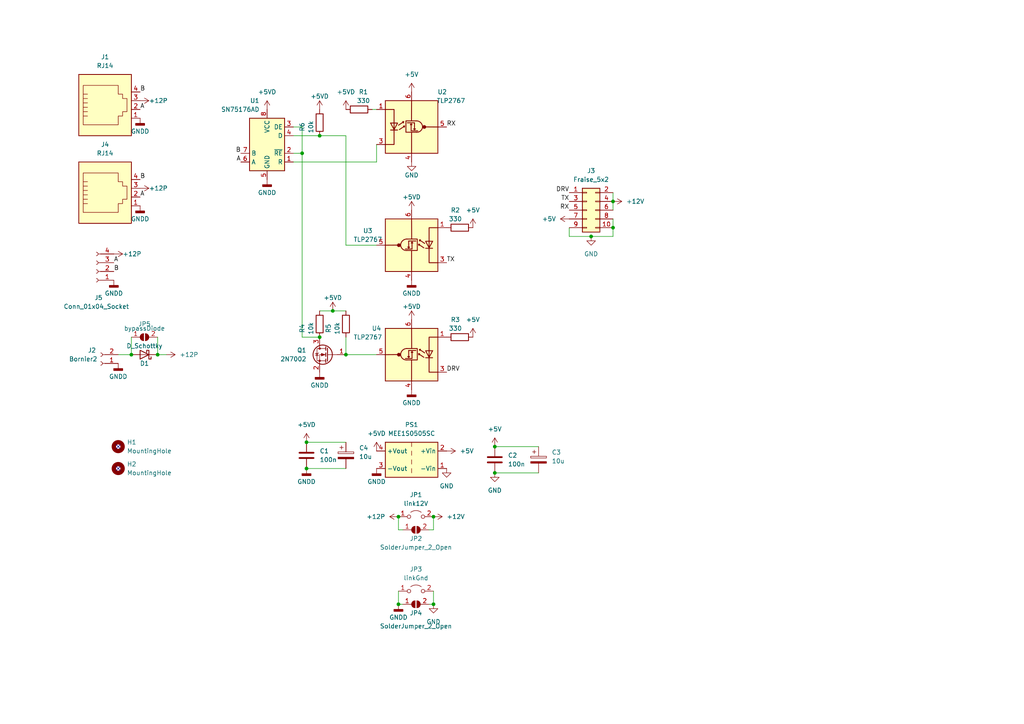
<source format=kicad_sch>
(kicad_sch (version 20230121) (generator eeschema)
  (paper "A4")
  (lib_symbols
    (symbol "Connector:Conn_01x02_Socket" (pin_names (offset 1.016) hide)
      (property "Reference" "J" (at 0 2.54 0))
      (property "Value" "Conn_01x02_Socket" (at 0 -5.08 0))
      (symbol "Conn_01x02_Socket_1_1"
        (arc (start 0 -2.032) (mid -0.5058 -2.54) (end 0 -3.048) (stroke (width 0.1524)))
        (polyline (pts (xy -1.27 -2.54) (xy -0.508 -2.54)) (stroke (width 0.1524)))
        (polyline (pts (xy -1.27 0) (xy -0.508 0)) (stroke (width 0.1524)))
        (arc (start 0 0.508) (mid -0.5058 0) (end 0 -0.508) (stroke (width 0.1524)))
        (pin passive line (at -5.08 0 0) (length 3.81) (name "Pin_1") (number "1"))
        (pin passive line (at -5.08 -2.54 0) (length 3.81) (name "Pin_2") (number "2"))
      )
    )
    (symbol "Connector:Conn_01x04_Socket" (pin_names (offset 1.016) hide)
      (property "Reference" "J" (at 0 5.08 0))
      (property "Value" "Conn_01x04_Socket" (at 0 -7.62 0))
      (symbol "Conn_01x04_Socket_1_1"
        (arc (start 0 -4.572) (mid -0.5058 -5.08) (end 0 -5.588) (stroke (width 0.1524)))
        (arc (start 0 -2.032) (mid -0.5058 -2.54) (end 0 -3.048) (stroke (width 0.1524)))
        (polyline (pts (xy -1.27 -5.08) (xy -0.508 -5.08)) (stroke (width 0.1524)))
        (polyline (pts (xy -1.27 -2.54) (xy -0.508 -2.54)) (stroke (width 0.1524)))
        (polyline (pts (xy -1.27 0) (xy -0.508 0)) (stroke (width 0.1524)))
        (polyline (pts (xy -1.27 2.54) (xy -0.508 2.54)) (stroke (width 0.1524)))
        (arc (start 0 0.508) (mid -0.5058 0) (end 0 -0.508) (stroke (width 0.1524)))
        (arc (start 0 3.048) (mid -0.5058 2.54) (end 0 2.032) (stroke (width 0.1524)))
        (pin passive line (at -5.08 2.54 0) (length 3.81) (name "Pin_1") (number "1"))
        (pin passive line (at -5.08 0 0) (length 3.81) (name "Pin_2") (number "2"))
        (pin passive line (at -5.08 -2.54 0) (length 3.81) (name "Pin_3") (number "3"))
        (pin passive line (at -5.08 -5.08 0) (length 3.81) (name "Pin_4") (number "4"))
      )
    )
    (symbol "Connector:RJ14" (pin_names (offset 1.016))
      (property "Reference" "J" (at -5.08 11.43 0))
      (property "Value" "RJ14" (at 2.54 11.43 0))
      (symbol "RJ14_0_1"
        (polyline (pts (xy -6.35 -1.905) (xy -5.08 -1.905) (xy -5.08 -1.905)))
        (polyline (pts (xy -6.35 -0.635) (xy -5.08 -0.635) (xy -5.08 -0.635)))
        (polyline (pts (xy -6.35 0.635) (xy -5.08 0.635) (xy -5.08 0.635)))
        (polyline (pts (xy -6.35 1.905) (xy -5.08 1.905) (xy -5.08 1.905)))
        (polyline (pts (xy -6.35 3.175) (xy -5.08 3.175) (xy -5.08 3.175)))
        (polyline (pts (xy -5.08 4.445) (xy -6.35 4.445) (xy -6.35 4.445)))
        (polyline (pts (xy -6.35 -4.445) (xy -6.35 6.985) (xy 3.81 6.985) (xy 3.81 4.445) (xy 5.08 4.445) (xy 5.08 3.175) (xy 6.35 3.175) (xy 6.35 -0.635) (xy 5.08 -0.635) (xy 5.08 -1.905) (xy 3.81 -1.905) (xy 3.81 -4.445) (xy -6.35 -4.445) (xy -6.35 -4.445)))
        (rectangle (start 7.62 10.16) (end -7.62 -7.62) (stroke (width 0.254)) (fill (type background)))
      )
      (symbol "RJ14_1_1"
        (pin passive line (at 10.16 -2.54 180) (length 2.54) (name "~") (number "1"))
        (pin passive line (at 10.16 0 180) (length 2.54) (name "~") (number "2"))
        (pin passive line (at 10.16 2.54 180) (length 2.54) (name "~") (number "3"))
        (pin passive line (at 10.16 5.08 180) (length 2.54) (name "~") (number "4"))
      )
    )
    (symbol "Connector_Generic:Conn_02x05_Odd_Even" (pin_names (offset 1.016) hide)
      (property "Reference" "J" (at 1.27 7.62 0))
      (property "Value" "Conn_02x05_Odd_Even" (at 1.27 -7.62 0))
      (symbol "Conn_02x05_Odd_Even_1_1"
        (rectangle (start -1.27 -4.953) (end 0 -5.207) (stroke (width 0.1524)))
        (rectangle (start -1.27 -2.413) (end 0 -2.667) (stroke (width 0.1524)))
        (rectangle (start -1.27 0.127) (end 0 -0.127) (stroke (width 0.1524)))
        (rectangle (start -1.27 2.667) (end 0 2.413) (stroke (width 0.1524)))
        (rectangle (start -1.27 5.207) (end 0 4.953) (stroke (width 0.1524)))
        (rectangle (start -1.27 6.35) (end 3.81 -6.35) (stroke (width 0.254)) (fill (type background)))
        (rectangle (start 3.81 -4.953) (end 2.54 -5.207) (stroke (width 0.1524)))
        (rectangle (start 3.81 -2.413) (end 2.54 -2.667) (stroke (width 0.1524)))
        (rectangle (start 3.81 0.127) (end 2.54 -0.127) (stroke (width 0.1524)))
        (rectangle (start 3.81 2.667) (end 2.54 2.413) (stroke (width 0.1524)))
        (rectangle (start 3.81 5.207) (end 2.54 4.953) (stroke (width 0.1524)))
        (pin passive line (at -5.08 5.08 0) (length 3.81) (name "Pin_1") (number "1"))
        (pin passive line (at 7.62 -5.08 180) (length 3.81) (name "Pin_10") (number "10"))
        (pin passive line (at 7.62 5.08 180) (length 3.81) (name "Pin_2") (number "2"))
        (pin passive line (at -5.08 2.54 0) (length 3.81) (name "Pin_3") (number "3"))
        (pin passive line (at 7.62 2.54 180) (length 3.81) (name "Pin_4") (number "4"))
        (pin passive line (at -5.08 0 0) (length 3.81) (name "Pin_5") (number "5"))
        (pin passive line (at 7.62 0 180) (length 3.81) (name "Pin_6") (number "6"))
        (pin passive line (at -5.08 -2.54 0) (length 3.81) (name "Pin_7") (number "7"))
        (pin passive line (at 7.62 -2.54 180) (length 3.81) (name "Pin_8") (number "8"))
        (pin passive line (at -5.08 -5.08 0) (length 3.81) (name "Pin_9") (number "9"))
      )
    )
    (symbol "Converter_DCDC:MEE1S0505SC"
      (property "Reference" "PS" (at -7.62 6.35 0))
      (property "Value" "MEE1S0505SC" (at 1.27 6.35 0))
      (symbol "MEE1S0505SC_0_0"
        (pin power_in line (at -10.16 -2.54 0) (length 2.54) (name "-Vin") (number "1"))
        (pin power_in line (at -10.16 2.54 0) (length 2.54) (name "+Vin") (number "2"))
        (pin power_out line (at 10.16 -2.54 180) (length 2.54) (name "-Vout") (number "3"))
        (pin power_out line (at 10.16 2.54 180) (length 2.54) (name "+Vout") (number "4"))
      )
      (symbol "MEE1S0505SC_0_1"
        (rectangle (start -7.62 5.08) (end 7.62 -5.08) (stroke (width 0.254)) (fill (type background)))
        (polyline (pts (xy 0 -2.54) (xy 0 -3.81)))
        (polyline (pts (xy 0 0) (xy 0 -1.27)))
        (polyline (pts (xy 0 2.54) (xy 0 1.27)))
        (polyline (pts (xy 0 5.08) (xy 0 3.81)))
      )
    )
    (symbol "Device:C" (pin_numbers hide) (pin_names (offset 0.254))
      (property "Reference" "C" (at 0.635 2.54 0))
      (property "Value" "C" (at 0.635 -2.54 0))
      (symbol "C_0_1"
        (polyline (pts (xy -2.032 -0.762) (xy 2.032 -0.762)) (stroke (width 0.508)))
        (polyline (pts (xy -2.032 0.762) (xy 2.032 0.762)) (stroke (width 0.508)))
      )
      (symbol "C_1_1"
        (pin passive line (at 0 3.81 270) (length 2.794) (name "~") (number "1"))
        (pin passive line (at 0 -3.81 90) (length 2.794) (name "~") (number "2"))
      )
    )
    (symbol "Device:C_Polarized" (pin_numbers hide) (pin_names (offset 0.254))
      (property "Reference" "C" (at 0.635 2.54 0))
      (property "Value" "C_Polarized" (at 0.635 -2.54 0))
      (symbol "C_Polarized_0_1"
        (rectangle (start -2.286 0.508) (end 2.286 1.016))
        (polyline (pts (xy -1.778 2.286) (xy -0.762 2.286)))
        (polyline (pts (xy -1.27 2.794) (xy -1.27 1.778)))
        (rectangle (start 2.286 -0.508) (end -2.286 -1.016) (fill (type outline)))
      )
      (symbol "C_Polarized_1_1"
        (pin passive line (at 0 3.81 270) (length 2.794) (name "~") (number "1"))
        (pin passive line (at 0 -3.81 90) (length 2.794) (name "~") (number "2"))
      )
    )
    (symbol "Device:D_Schottky" (pin_numbers hide) (pin_names (offset 1.016) hide)
      (property "Reference" "D" (at 0 2.54 0))
      (property "Value" "D_Schottky" (at 0 -2.54 0))
      (symbol "D_Schottky_0_1"
        (polyline (pts (xy 1.27 0) (xy -1.27 0)))
        (polyline (pts (xy 1.27 1.27) (xy 1.27 -1.27) (xy -1.27 0) (xy 1.27 1.27)) (stroke (width 0.254)))
        (polyline (pts (xy -1.905 0.635) (xy -1.905 1.27) (xy -1.27 1.27) (xy -1.27 -1.27) (xy -0.635 -1.27) (xy -0.635 -0.635)) (stroke (width 0.254)))
      )
      (symbol "D_Schottky_1_1"
        (pin passive line (at -3.81 0 0) (length 2.54) (name "K") (number "1"))
        (pin passive line (at 3.81 0 180) (length 2.54) (name "A") (number "2"))
      )
    )
    (symbol "Device:R" (pin_numbers hide) (pin_names (offset 0))
      (property "Reference" "R" (at 2.032 0 90))
      (property "Value" "R" (at 0 0 90))
      (symbol "R_0_1"
        (rectangle (start -1.016 -2.54) (end 1.016 2.54) (stroke (width 0.254)))
      )
      (symbol "R_1_1"
        (pin passive line (at 0 3.81 270) (length 1.27) (name "~") (number "1"))
        (pin passive line (at 0 -3.81 90) (length 1.27) (name "~") (number "2"))
      )
    )
    (symbol "Interface_UART:SN75176AD"
      (property "Reference" "U" (at -4.318 8.89 0))
      (property "Value" "SN75176AD" (at 1.016 8.89 0))
      (symbol "SN75176AD_0_1"
        (rectangle (start -5.08 7.62) (end 5.08 -7.62) (stroke (width 0.254)) (fill (type background)))
      )
      (symbol "SN75176AD_1_1"
        (pin output line (at -7.62 -5.08 0) (length 2.54) (name "R") (number "1"))
        (pin input line (at -7.62 -2.54 0) (length 2.54) (name "~{RE}") (number "2"))
        (pin input line (at -7.62 5.08 0) (length 2.54) (name "DE") (number "3"))
        (pin input line (at -7.62 2.54 0) (length 2.54) (name "D") (number "4"))
        (pin power_in line (at 0 -10.16 90) (length 2.54) (name "GND") (number "5"))
        (pin bidirectional line (at 7.62 -5.08 180) (length 2.54) (name "A") (number "6"))
        (pin bidirectional line (at 7.62 -2.54 180) (length 2.54) (name "B") (number "7"))
        (pin power_in line (at 0 10.16 270) (length 2.54) (name "VCC") (number "8"))
      )
    )
    (symbol "Isolator:TLP2767" (pin_names (offset 1.016) hide)
      (property "Reference" "U" (at -7.112 8.89 0))
      (property "Value" "TLP2767" (at 1.016 9.144 0))
      (symbol "TLP2767_0_1"
        (rectangle (start -7.62 7.62) (end 7.62 -7.62) (stroke (width 0.254)) (fill (type background)))
        (polyline (pts (xy -6.096 -0.889) (xy -4.064 -0.889)) (stroke (width 0.254)))
        (polyline (pts (xy -5.08 -1.27) (xy -5.08 -0.762)) (stroke (width 0.254)))
        (polyline (pts (xy -5.08 1.27) (xy -5.08 -0.762)) (stroke (width 0.254)))
        (polyline (pts (xy -3.81 0.508) (xy -2.286 1.524)) (stroke (width 0.254)))
        (polyline (pts (xy -3.556 -0.762) (xy -2.032 0.254)) (stroke (width 0.254)))
        (polyline (pts (xy -2.286 1.524) (xy -2.5908 1.5748)) (stroke (width 0.254)))
        (polyline (pts (xy -2.286 1.524) (xy -2.3876 1.1684)) (stroke (width 0.254)))
        (polyline (pts (xy -2.032 0.254) (xy -2.3368 0.3048)) (stroke (width 0.254)))
        (polyline (pts (xy -2.032 0.254) (xy -2.1336 -0.1016)) (stroke (width 0.254)))
        (polyline (pts (xy -0.127 -1.1176) (xy 1.8034 -1.1176)) (stroke (width 0.254)))
        (polyline (pts (xy -0.127 0.9144) (xy -0.127 -1.1176)) (stroke (width 0.254)))
        (polyline (pts (xy 0 -7.5946) (xy 0 -1.5748)) (stroke (width 0.254)))
        (polyline (pts (xy 0 7.6454) (xy -0.0254 1.8288)) (stroke (width 0.254)))
        (polyline (pts (xy 0.8382 1.2192) (xy -1.2446 1.2192)) (stroke (width 0.254)))
        (polyline (pts (xy 4.064 0.0254) (xy 7.7216 0)) (stroke (width 0.254)))
        (polyline (pts (xy -7.62 -5.08) (xy -5.08 -5.08) (xy -5.08 -1.27)) (stroke (width 0.254)))
        (polyline (pts (xy -5.08 1.27) (xy -5.08 5.08) (xy -7.62 5.08)) (stroke (width 0.254)))
        (polyline (pts (xy 0.8382 -0.8128) (xy 0.5842 -0.5588) (xy 1.0922 -0.5588)) (stroke (width 0.254)))
        (polyline (pts (xy 0.8382 1.2192) (xy 0.8382 -0.8128) (xy 1.0922 -0.5588)) (stroke (width 0.254)))
        (polyline (pts (xy -6.096 1.143) (xy -4.064 1.143) (xy -5.08 -0.762) (xy -6.096 1.143)) (stroke (width 0.254)))
        (polyline (pts (xy -0.127 0.9144) (xy -0.381 0.6604) (xy 0.127 0.6604) (xy -0.127 0.9144)) (stroke (width 0.254)))
        (polyline (pts (xy 1.397 1.778) (xy -1.651 1.778) (xy -1.651 -1.524) (xy 1.397 -1.524)) (stroke (width 0.254)))
        (arc (start 1.397 -1.524) (mid 2.6016 -1.1302) (end 3.175 0) (stroke (width 0.254)))
        (arc (start 3.175 0) (mid 2.6489 1.2519) (end 1.397 1.778) (stroke (width 0.254)))
        (circle (center 3.683 0) (radius 0.4572) (fill (type outline)))
      )
      (symbol "TLP2767_1_1"
        (pin passive line (at -10.16 5.08 0) (length 2.54) (name "A") (number "1"))
        (pin no_connect line (at -7.62 0 0) (length 2.54) hide (name "NC") (number "2"))
        (pin passive line (at -10.16 -5.08 0) (length 2.54) (name "K") (number "3"))
        (pin power_in line (at 0 -10.16 90) (length 2.54) (name "GND") (number "4"))
        (pin output line (at 10.16 0 180) (length 2.54) (name "VO") (number "5"))
        (pin power_in line (at 0 10.16 270) (length 2.54) (name "VDD") (number "6"))
      )
    )
    (symbol "Jumper:Jumper_2_Open" (pin_names (offset 0) hide)
      (property "Reference" "JP" (at 0 2.794 0))
      (property "Value" "Jumper_2_Open" (at 0 -2.286 0))
      (symbol "Jumper_2_Open_0_0"
        (circle (center -2.032 0) (radius 0.508))
        (circle (center 2.032 0) (radius 0.508))
      )
      (symbol "Jumper_2_Open_0_1"
        (arc (start 1.524 1.27) (mid 0 1.778) (end -1.524 1.27))
      )
      (symbol "Jumper_2_Open_1_1"
        (pin passive line (at -5.08 0 0) (length 2.54) (name "A") (number "1"))
        (pin passive line (at 5.08 0 180) (length 2.54) (name "B") (number "2"))
      )
    )
    (symbol "Jumper:SolderJumper_2_Open" (pin_names (offset 0) hide)
      (property "Reference" "JP" (at 0 2.032 0))
      (property "Value" "SolderJumper_2_Open" (at 0 -2.54 0))
      (symbol "SolderJumper_2_Open_0_1"
        (arc (start -0.254 1.016) (mid -1.2656 0) (end -0.254 -1.016))
        (arc (start -0.254 1.016) (mid -1.2656 0) (end -0.254 -1.016) (fill (type outline)))
        (polyline (pts (xy -0.254 1.016) (xy -0.254 -1.016)))
        (polyline (pts (xy 0.254 1.016) (xy 0.254 -1.016)))
        (arc (start 0.254 -1.016) (mid 1.2656 0) (end 0.254 1.016))
        (arc (start 0.254 -1.016) (mid 1.2656 0) (end 0.254 1.016) (fill (type outline)))
      )
      (symbol "SolderJumper_2_Open_1_1"
        (pin passive line (at -3.81 0 0) (length 2.54) (name "A") (number "1"))
        (pin passive line (at 3.81 0 180) (length 2.54) (name "B") (number "2"))
      )
    )
    (symbol "Mechanical:MountingHole" (pin_names (offset 1.016))
      (property "Reference" "H" (at 0 5.08 0))
      (property "Value" "MountingHole" (at 0 3.175 0))
      (symbol "MountingHole_0_1"
        (circle (center 0 0) (radius 1.27) (stroke (width 1.27)))
      )
    )
    (symbol "Transistor_FET:2N7002" (pin_names hide)
      (property "Reference" "Q" (at 5.08 1.905 0))
      (property "Value" "2N7002" (at 5.08 0 0))
      (symbol "2N7002_0_1"
        (polyline (pts (xy 0.254 0) (xy -2.54 0)))
        (polyline (pts (xy 0.254 1.905) (xy 0.254 -1.905)) (stroke (width 0.254)))
        (polyline (pts (xy 0.762 -1.27) (xy 0.762 -2.286)) (stroke (width 0.254)))
        (polyline (pts (xy 0.762 0.508) (xy 0.762 -0.508)) (stroke (width 0.254)))
        (polyline (pts (xy 0.762 2.286) (xy 0.762 1.27)) (stroke (width 0.254)))
        (polyline (pts (xy 2.54 2.54) (xy 2.54 1.778)))
        (polyline (pts (xy 2.54 -2.54) (xy 2.54 0) (xy 0.762 0)))
        (polyline (pts (xy 0.762 -1.778) (xy 3.302 -1.778) (xy 3.302 1.778) (xy 0.762 1.778)))
        (polyline (pts (xy 1.016 0) (xy 2.032 0.381) (xy 2.032 -0.381) (xy 1.016 0)) (fill (type outline)))
        (polyline (pts (xy 2.794 0.508) (xy 2.921 0.381) (xy 3.683 0.381) (xy 3.81 0.254)))
        (polyline (pts (xy 3.302 0.381) (xy 2.921 -0.254) (xy 3.683 -0.254) (xy 3.302 0.381)))
        (circle (center 1.651 0) (radius 2.794) (stroke (width 0.254)))
        (circle (center 2.54 -1.778) (radius 0.254) (fill (type outline)))
        (circle (center 2.54 1.778) (radius 0.254) (fill (type outline)))
      )
      (symbol "2N7002_1_1"
        (pin input line (at -5.08 0 0) (length 2.54) (name "G") (number "1"))
        (pin passive line (at 2.54 -5.08 90) (length 2.54) (name "S") (number "2"))
        (pin passive line (at 2.54 5.08 270) (length 2.54) (name "D") (number "3"))
      )
    )
    (symbol "power:+12P" (power) (pin_names (offset 0))
      (property "Value" "+12P" (at 0 3.556 0))
      (symbol "+12P_0_1"
        (polyline (pts (xy -0.762 1.27) (xy 0 2.54)))
        (polyline (pts (xy 0 0) (xy 0 2.54)))
        (polyline (pts (xy 0 2.54) (xy 0.762 1.27)))
      )
      (symbol "+12P_1_1"
        (pin power_in line (at 0 0 90) (length 0) hide (name "+12P") (number "1"))
      )
    )
    (symbol "power:+12V" (power) (pin_names (offset 0))
      (property "Value" "+12V" (at 0 3.556 0))
      (symbol "+12V_0_1"
        (polyline (pts (xy -0.762 1.27) (xy 0 2.54)))
        (polyline (pts (xy 0 0) (xy 0 2.54)))
        (polyline (pts (xy 0 2.54) (xy 0.762 1.27)))
      )
      (symbol "+12V_1_1"
        (pin power_in line (at 0 0 90) (length 0) hide (name "+12V") (number "1"))
      )
    )
    (symbol "power:+5V" (power) (pin_names (offset 0))
      (property "Value" "+5V" (at 0 3.556 0))
      (symbol "+5V_0_1"
        (polyline (pts (xy -0.762 1.27) (xy 0 2.54)))
        (polyline (pts (xy 0 0) (xy 0 2.54)))
        (polyline (pts (xy 0 2.54) (xy 0.762 1.27)))
      )
      (symbol "+5V_1_1"
        (pin power_in line (at 0 0 90) (length 0) hide (name "+5V") (number "1"))
      )
    )
    (symbol "power:+5VD" (power) (pin_names (offset 0))
      (property "Value" "+5VD" (at 0 3.556 0))
      (symbol "+5VD_0_1"
        (polyline (pts (xy -0.762 1.27) (xy 0 2.54)))
        (polyline (pts (xy 0 0) (xy 0 2.54)))
        (polyline (pts (xy 0 2.54) (xy 0.762 1.27)))
      )
      (symbol "+5VD_1_1"
        (pin power_in line (at 0 0 90) (length 0) hide (name "+5VD") (number "1"))
      )
    )
    (symbol "power:GND" (power) (pin_names (offset 0))
      (property "Value" "GND" (at 0 -3.81 0))
      (symbol "GND_0_1"
        (polyline (pts (xy 0 0) (xy 0 -1.27) (xy 1.27 -1.27) (xy 0 -2.54) (xy -1.27 -1.27) (xy 0 -1.27)))
      )
      (symbol "GND_1_1"
        (pin power_in line (at 0 0 270) (length 0) hide (name "GND") (number "1"))
      )
    )
    (symbol "power:GNDD" (power) (pin_names (offset 0))
      (property "Value" "GNDD" (at 0 -3.175 0))
      (symbol "GNDD_0_1"
        (rectangle (start -1.27 -1.524) (end 1.27 -2.032) (stroke (width 0.254)) (fill (type outline)))
        (polyline (pts (xy 0 0) (xy 0 -1.524)))
      )
      (symbol "GNDD_1_1"
        (pin power_in line (at 0 0 270) (length 0) hide (name "GNDD") (number "1"))
      )
    )
  )
  (junction (at 125.73 149.86))
  (junction (at 143.51 137.16))
  (junction (at 143.51 129.54))
  (junction (at 171.45 68.58))
  (junction (at 177.8 66.04))
  (junction (at 45.72 102.87))
  (junction (at 177.8 58.42))
  (junction (at 87.63 44.45))
  (junction (at 38.1 102.87))
  (junction (at 88.9 135.89))
  (junction (at 115.57 175.26))
  (junction (at 96.52 90.17))
  (junction (at 88.9 128.27))
  (junction (at 92.71 97.79))
  (junction (at 125.73 175.26))
  (junction (at 100.33 102.87))
  (junction (at 92.71 39.37))
  (junction (at 115.57 149.86))
  (no_connect (at 34.29 129.54))
  (no_connect (at 34.29 135.89))
  (wire (pts (xy 177.8 63.5) (xy 177.8 66.04)))
  (wire (pts (xy 115.57 153.67) (xy 116.84 153.67)))
  (wire (pts (xy 96.52 90.17) (xy 100.33 90.17)))
  (wire (pts (xy 177.8 68.58) (xy 177.8 66.04)))
  (wire (pts (xy 88.9 135.89) (xy 100.33 135.89)))
  (wire (pts (xy 92.71 90.17) (xy 96.52 90.17)))
  (wire (pts (xy 88.9 128.27) (xy 100.33 128.27)))
  (wire (pts (xy 107.95 31.75) (xy 109.22 31.75)))
  (wire (pts (xy 177.8 58.42) (xy 177.8 60.96)))
  (wire (pts (xy 109.22 46.99) (xy 109.22 41.91)))
  (wire (pts (xy 87.63 44.45) (xy 85.09 44.45)))
  (wire (pts (xy 115.57 171.45) (xy 115.57 175.26)))
  (wire (pts (xy 45.72 97.79) (xy 45.72 102.87)))
  (wire (pts (xy 115.57 149.86) (xy 115.57 153.67)))
  (wire (pts (xy 85.09 39.37) (xy 92.71 39.37)))
  (wire (pts (xy 171.45 68.58) (xy 177.8 68.58)))
  (wire (pts (xy 100.33 102.87) (xy 109.22 102.87)))
  (wire (pts (xy 85.09 36.83) (xy 87.63 36.83)))
  (wire (pts (xy 125.73 171.45) (xy 125.73 175.26)))
  (wire (pts (xy 92.71 39.37) (xy 100.33 39.37)))
  (wire (pts (xy 100.33 97.79) (xy 100.33 102.87)))
  (wire (pts (xy 100.33 39.37) (xy 100.33 71.12)))
  (wire (pts (xy 87.63 36.83) (xy 87.63 44.45)))
  (wire (pts (xy 165.1 68.58) (xy 171.45 68.58)))
  (wire (pts (xy 125.73 153.67) (xy 124.46 153.67)))
  (wire (pts (xy 125.73 175.26) (xy 124.46 175.26)))
  (wire (pts (xy 38.1 97.79) (xy 38.1 102.87)))
  (wire (pts (xy 165.1 66.04) (xy 165.1 68.58)))
  (wire (pts (xy 125.73 149.86) (xy 125.73 153.67)))
  (wire (pts (xy 38.1 102.87) (xy 34.29 102.87)))
  (wire (pts (xy 143.51 137.16) (xy 156.21 137.16)))
  (wire (pts (xy 85.09 46.99) (xy 109.22 46.99)))
  (wire (pts (xy 48.26 102.87) (xy 45.72 102.87)))
  (wire (pts (xy 87.63 44.45) (xy 87.63 97.79)))
  (wire (pts (xy 87.63 97.79) (xy 92.71 97.79)))
  (wire (pts (xy 115.57 175.26) (xy 116.84 175.26)))
  (wire (pts (xy 177.8 55.88) (xy 177.8 58.42)))
  (wire (pts (xy 100.33 71.12) (xy 109.22 71.12)))
  (wire (pts (xy 143.51 129.54) (xy 156.21 129.54)))
  (label "A" (at 69.85 46.99 180))
  (label "DRV" (at 129.54 107.95 0))
  (label "B" (at 40.64 26.67 0))
  (label "TX" (at 129.54 76.2 0))
  (label "B" (at 40.64 52.07 0))
  (label "RX" (at 165.1 60.96 180))
  (label "B" (at 33.02 78.74 0))
  (label "A" (at 40.64 31.75 0))
  (label "DRV" (at 165.1 55.88 180))
  (label "TX" (at 165.1 58.42 180))
  (label "B" (at 69.85 44.45 180))
  (label "RX" (at 129.54 36.83 0))
  (label "A" (at 40.64 57.15 0))
  (label "A" (at 33.02 76.2 0))
  (symbol (lib_id "Converter_DCDC:MEE1S0505SC") (at 119.38 133.35 0) (mirror y) (unit 1)
    (property "Reference" "PS1" (at 119.38 123.19 0))
    (property "Value" "MEE1S0505SC" (at 119.38 125.73 0))
    (property "Footprint" "Converter_DCDC:Converter_DCDC_Murata_MEE1SxxxxSC_THT" (effects hide))
    (property "Datasheet" "https://power.murata.com/pub/data/power/ncl/kdc_mee1.pdf" (effects hide))
  )
  (symbol (lib_id "power:GNDD") (at 92.71 107.95 0) (unit 1)
    (property "Reference" "#PWR028" (effects hide))
    (property "Value" "GNDD" (at 92.71 111.76 0))
  )
  (symbol (lib_id "power:GND") (at 171.45 68.58 0) (unit 1)
    (property "Reference" "#PWR01" (effects hide))
    (property "Value" "GND" (at 171.45 73.66 0))
  )
  (symbol (lib_id "power:+5VD") (at 119.38 60.96 0) (unit 1)
    (property "Reference" "#PWR024" (effects hide))
    (property "Value" "+5VD" (at 119.38 57.15 0))
  )
  (symbol (lib_id "power:+5VD") (at 100.33 31.75 0) (unit 1)
    (property "Reference" "#PWR013" (effects hide))
    (property "Value" "+5VD" (at 100.33 26.67 0))
  )
  (symbol (lib_id "Mechanical:MountingHole") (at 34.29 129.54 0) (unit 1)
    (property "Reference" "H1" (at 36.83 128.27 0) (effects (justify left)))
    (property "Value" "MountingHole" (at 36.83 130.81 0) (effects (justify left)))
    (property "Footprint" "MountingHole:MountingHole_3.2mm_M3_Pad_TopOnly" (effects hide))
  )
  (symbol (lib_id "Jumper:SolderJumper_2_Open") (at 41.91 97.79 0) (unit 1)
    (property "Reference" "JP5" (at 41.91 93.98 0))
    (property "Value" "bypassDiode" (at 41.91 95.25 0))
    (property "Footprint" "Jumper:SolderJumper-2_P1.3mm_Open_RoundedPad1.0x1.5mm" (effects hide))
  )
  (symbol (lib_id "power:+5VD") (at 96.52 90.17 0) (unit 1)
    (property "Reference" "#PWR029" (effects hide))
    (property "Value" "+5VD" (at 96.52 86.36 0))
  )
  (symbol (lib_id "Device:C_Polarized") (at 100.33 132.08 0) (unit 1)
    (property "Reference" "C4" (at 104.14 129.921 0) (effects (justify left)))
    (property "Value" "10u" (at 104.14 132.461 0) (effects (justify left)))
    (property "Footprint" "Capacitor_THT:CP_Radial_D5.0mm_P2.50mm" (effects hide))
  )
  (symbol (lib_id "power:+12P") (at 33.02 73.66 270) (unit 1)
    (property "Reference" "#PWR035" (effects hide))
    (property "Value" "+12P" (at 35.56 73.66 90) (effects (justify left)))
  )
  (symbol (lib_id "Connector:Conn_01x04_Socket") (at 27.94 78.74 180) (unit 1)
    (property "Reference" "J5" (at 28.575 86.36 0))
    (property "Value" "Conn_01x04_Socket" (at 27.94 88.9 0))
    (property "Footprint" "TerminalBlock:TerminalBlock_bornier-4_P5.08mm" (effects hide))
  )
  (symbol (lib_id "power:GNDD") (at 119.38 113.03 0) (unit 1)
    (property "Reference" "#PWR020" (effects hide))
    (property "Value" "GNDD" (at 119.38 116.84 0))
  )
  (symbol (lib_id "Mechanical:MountingHole") (at 34.29 135.89 0) (unit 1)
    (property "Reference" "H2" (at 36.83 134.62 0) (effects (justify left)))
    (property "Value" "MountingHole" (at 36.83 137.16 0) (effects (justify left)))
    (property "Footprint" "MountingHole:MountingHole_3.2mm_M3_Pad_TopOnly" (effects hide))
  )
  (symbol (lib_id "Device:R") (at 133.35 97.79 90) (unit 1)
    (property "Reference" "R3" (at 132.08 92.71 90))
    (property "Value" "330" (at 132.08 95.25 90))
    (property "Footprint" "Resistor_THT:R_Axial_DIN0204_L3.6mm_D1.6mm_P5.08mm_Horizontal" (effects hide))
  )
  (symbol (lib_id "Device:R") (at 92.71 93.98 180) (unit 1)
    (property "Reference" "R4" (at 87.63 95.25 90))
    (property "Value" "10k" (at 90.17 95.25 90))
    (property "Footprint" "Resistor_THT:R_Axial_DIN0204_L3.6mm_D1.6mm_P5.08mm_Horizontal" (effects hide))
  )
  (symbol (lib_id "power:+5V") (at 143.51 129.54 0) (unit 1)
    (property "Reference" "#PWR026" (effects hide))
    (property "Value" "+5V" (at 143.51 124.46 0))
  )
  (symbol (lib_id "Transistor_FET:2N7002") (at 95.25 102.87 0) (mirror y) (unit 1)
    (property "Reference" "Q1" (at 88.9 101.6 0) (effects (justify left)))
    (property "Value" "2N7002" (at 88.9 104.14 0) (effects (justify left)))
    (property "Footprint" "Package_TO_SOT_SMD:SOT-23" (effects hide))
    (property "Datasheet" "https://www.onsemi.com/pub/Collateral/NDS7002A-D.PDF" (effects hide))
  )
  (symbol (lib_id "power:+5V") (at 119.38 26.67 0) (unit 1)
    (property "Reference" "#PWR025" (effects hide))
    (property "Value" "+5V" (at 119.38 21.59 0))
  )
  (symbol (lib_id "Device:C") (at 143.51 133.35 0) (unit 1)
    (property "Reference" "C2" (at 147.32 132.08 0) (effects (justify left)))
    (property "Value" "100n" (at 147.32 134.62 0) (effects (justify left)))
    (property "Footprint" "Capacitor_THT:C_Rect_L4.6mm_W2.0mm_P2.50mm_MKS02_FKP02" (effects hide))
  )
  (symbol (lib_id "power:GND") (at 129.54 135.89 0) (unit 1)
    (property "Reference" "#PWR017" (effects hide))
    (property "Value" "GND" (at 129.54 140.97 0))
  )
  (symbol (lib_id "power:+12P") (at 40.64 29.21 270) (unit 1)
    (property "Reference" "#PWR06" (effects hide))
    (property "Value" "+12P" (at 43.18 29.21 90) (effects (justify left)))
  )
  (symbol (lib_id "Connector:Conn_01x02_Socket") (at 29.21 105.41 180) (unit 1)
    (property "Reference" "J2" (at 26.67 101.6 0))
    (property "Value" "Bornier2" (at 24.13 104.14 0))
    (property "Footprint" "TerminalBlock_Phoenix:TerminalBlock_Phoenix_MKDS-3-2-5.08_1x02_P5.08mm_Horizontal" (effects hide))
  )
  (symbol (lib_id "Jumper:SolderJumper_2_Open") (at 120.65 153.67 0) (unit 1)
    (property "Reference" "JP2" (at 120.65 156.21 0))
    (property "Value" "SolderJumper_2_Open" (at 120.65 158.75 0))
    (property "Footprint" "Jumper:SolderJumper-2_P1.3mm_Open_RoundedPad1.0x1.5mm" (effects hide))
  )
  (symbol (lib_id "Device:R") (at 92.71 35.56 180) (unit 1)
    (property "Reference" "R6" (at 87.63 36.83 90))
    (property "Value" "10k" (at 90.17 36.83 90))
    (property "Footprint" "Resistor_THT:R_Axial_DIN0204_L3.6mm_D1.6mm_P5.08mm_Horizontal" (effects hide))
  )
  (symbol (lib_id "Jumper:SolderJumper_2_Open") (at 120.65 175.26 0) (unit 1)
    (property "Reference" "JP4" (at 120.65 177.8 0))
    (property "Value" "SolderJumper_2_Open" (at 120.65 181.61 0))
    (property "Footprint" "Jumper:SolderJumper-2_P1.3mm_Open_RoundedPad1.0x1.5mm" (effects hide))
  )
  (symbol (lib_id "Isolator:TLP2767") (at 119.38 102.87 0) (mirror y) (unit 1)
    (property "Reference" "U4" (at 109.22 95.25 0))
    (property "Value" "TLP2767" (at 106.68 97.79 0))
    (property "Footprint" "Package_SO:SO-6L_10x3.84mm_P1.27mm" (effects hide))
    (property "Datasheet" "https://toshiba.semicon-storage.com/info/docget.jsp?did=36717&prodName=TLP2767" (effects hide))
  )
  (symbol (lib_id "power:+12P") (at 40.64 54.61 270) (unit 1)
    (property "Reference" "#PWR018" (effects hide))
    (property "Value" "+12P" (at 43.18 54.61 90) (effects (justify left)))
  )
  (symbol (lib_id "power:+12V") (at 125.73 149.86 270) (unit 1)
    (property "Reference" "#PWR033" (effects hide))
    (property "Value" "+12V" (at 129.54 149.86 90) (effects (justify left)))
  )
  (symbol (lib_id "Connector_Generic:Conn_02x05_Odd_Even") (at 170.18 60.96 0) (unit 1)
    (property "Reference" "J3" (at 171.45 49.53 0))
    (property "Value" "Fraise_5x2" (at 171.45 52.07 0))
    (property "Footprint" "Connector_IDC:IDC-Header_2x05_P2.54mm_Vertical" (effects hide))
  )
  (symbol (lib_id "power:+12V") (at 177.8 58.42 270) (unit 1)
    (property "Reference" "#PWR02" (effects hide))
    (property "Value" "+12V" (at 181.61 58.42 90) (effects (justify left)))
  )
  (symbol (lib_id "power:+12P") (at 48.26 102.87 270) (unit 1)
    (property "Reference" "#PWR08" (effects hide))
    (property "Value" "+12P" (at 52.07 102.87 90) (effects (justify left)))
  )
  (symbol (lib_id "power:+5VD") (at 88.9 128.27 0) (unit 1)
    (property "Reference" "#PWR0101" (effects hide))
    (property "Value" "+5VD" (at 88.9 123.19 0))
  )
  (symbol (lib_id "Device:C_Polarized") (at 156.21 133.35 0) (unit 1)
    (property "Reference" "C3" (at 160.02 131.191 0) (effects (justify left)))
    (property "Value" "10u" (at 160.02 133.731 0) (effects (justify left)))
    (property "Footprint" "Capacitor_THT:CP_Radial_D5.0mm_P2.50mm" (effects hide))
  )
  (symbol (lib_id "Jumper:Jumper_2_Open") (at 120.65 149.86 0) (unit 1)
    (property "Reference" "JP1" (at 120.65 143.51 0))
    (property "Value" "link12V" (at 120.65 146.05 0))
    (property "Footprint" "TestPoint:TestPoint_2Pads_Pitch2.54mm_Drill0.8mm" (effects hide))
  )
  (symbol (lib_id "power:+5VD") (at 92.71 31.75 0) (unit 1)
    (property "Reference" "#PWR036" (effects hide))
    (property "Value" "+5VD" (at 92.71 27.94 0))
  )
  (symbol (lib_id "Interface_UART:SN75176AD") (at 77.47 41.91 0) (mirror y) (unit 1)
    (property "Reference" "U1" (at 75.2759 29.21 0) (effects (justify left)))
    (property "Value" "SN75176AD" (at 75.2759 31.75 0) (effects (justify left)))
    (property "Footprint" "Package_SO:SOIC-8_3.9x4.9mm_P1.27mm" (effects hide))
    (property "Datasheet" "http://www.ti.com/lit/ds/symlink/sn75176a.pdf" (effects hide))
  )
  (symbol (lib_id "power:GNDD") (at 33.02 81.28 0) (unit 1)
    (property "Reference" "#PWR034" (effects hide))
    (property "Value" "GNDD" (at 33.02 85.09 0))
  )
  (symbol (lib_id "power:+5V") (at 137.16 66.04 0) (unit 1)
    (property "Reference" "#PWR014" (effects hide))
    (property "Value" "+5V" (at 137.16 60.96 0))
  )
  (symbol (lib_id "power:+5V") (at 137.16 97.79 0) (unit 1)
    (property "Reference" "#PWR015" (effects hide))
    (property "Value" "+5V" (at 137.16 92.71 0))
  )
  (symbol (lib_id "power:+5VD") (at 119.38 92.71 0) (unit 1)
    (property "Reference" "#PWR023" (effects hide))
    (property "Value" "+5VD" (at 119.38 88.9 0))
  )
  (symbol (lib_id "power:GNDD") (at 115.57 175.26 0) (unit 1)
    (property "Reference" "#PWR030" (effects hide))
    (property "Value" "GNDD" (at 115.57 179.07 0))
  )
  (symbol (lib_id "Connector:RJ14") (at 30.48 31.75 0) (unit 1)
    (property "Reference" "J1" (at 30.48 16.51 0))
    (property "Value" "RJ14" (at 30.48 19.05 0))
    (property "Footprint" "Fraiseiver2:RJ11" (effects hide))
  )
  (symbol (lib_id "power:GNDD") (at 77.47 52.07 0) (unit 1)
    (property "Reference" "#PWR012" (effects hide))
    (property "Value" "GNDD" (at 77.47 55.88 0))
  )
  (symbol (lib_id "power:+5VD") (at 77.47 31.75 0) (unit 1)
    (property "Reference" "#PWR010" (effects hide))
    (property "Value" "+5VD" (at 77.47 26.67 0))
  )
  (symbol (lib_id "Device:R") (at 104.14 31.75 90) (unit 1)
    (property "Reference" "R1" (at 105.41 26.67 90))
    (property "Value" "330" (at 105.41 29.21 90))
    (property "Footprint" "Resistor_THT:R_Axial_DIN0204_L3.6mm_D1.6mm_P5.08mm_Horizontal" (effects hide))
  )
  (symbol (lib_id "power:GNDD") (at 40.64 59.69 0) (unit 1)
    (property "Reference" "#PWR019" (effects hide))
    (property "Value" "GNDD" (at 40.64 63.5 0))
  )
  (symbol (lib_id "power:GNDD") (at 119.38 81.28 0) (unit 1)
    (property "Reference" "#PWR021" (effects hide))
    (property "Value" "GNDD" (at 119.38 85.09 0))
  )
  (symbol (lib_id "Isolator:TLP2767") (at 119.38 71.12 0) (mirror y) (unit 1)
    (property "Reference" "U3" (at 106.68 66.9291 0))
    (property "Value" "TLP2767" (at 106.68 69.4691 0))
    (property "Footprint" "Package_SO:SO-6L_10x3.84mm_P1.27mm" (effects hide))
    (property "Datasheet" "https://toshiba.semicon-storage.com/info/docget.jsp?did=36717&prodName=TLP2767" (effects hide))
  )
  (symbol (lib_id "power:GNDD") (at 40.64 34.29 0) (unit 1)
    (property "Reference" "#PWR04" (effects hide))
    (property "Value" "GNDD" (at 40.64 38.1 0))
  )
  (symbol (lib_id "power:GNDD") (at 34.29 105.41 0) (unit 1)
    (property "Reference" "#PWR07" (effects hide))
    (property "Value" "GNDD" (at 34.29 109.22 0))
  )
  (symbol (lib_id "Device:R") (at 100.33 93.98 180) (unit 1)
    (property "Reference" "R5" (at 95.25 95.25 90))
    (property "Value" "10k" (at 97.79 95.25 90))
    (property "Footprint" "Resistor_THT:R_Axial_DIN0204_L3.6mm_D1.6mm_P5.08mm_Horizontal" (effects hide))
  )
  (symbol (lib_id "power:+12P") (at 115.57 149.86 90) (unit 1)
    (property "Reference" "#PWR032" (effects hide))
    (property "Value" "+12P" (at 111.76 149.86 90) (effects (justify left)))
  )
  (symbol (lib_id "power:GND") (at 119.38 46.99 0) (unit 1)
    (property "Reference" "#PWR022" (effects hide))
    (property "Value" "GND" (at 119.38 50.8 0))
  )
  (symbol (lib_id "power:GND") (at 143.51 137.16 0) (unit 1)
    (property "Reference" "#PWR027" (effects hide))
    (property "Value" "GND" (at 143.51 142.24 0))
  )
  (symbol (lib_id "Device:C") (at 88.9 132.08 0) (unit 1)
    (property "Reference" "C1" (at 92.71 130.81 0) (effects (justify left)))
    (property "Value" "100n" (at 92.71 133.35 0) (effects (justify left)))
    (property "Footprint" "Capacitor_THT:C_Rect_L4.6mm_W2.0mm_P2.50mm_MKS02_FKP02" (effects hide))
  )
  (symbol (lib_id "Jumper:Jumper_2_Open") (at 120.65 171.45 0) (unit 1)
    (property "Reference" "JP3" (at 120.65 165.1 0))
    (property "Value" "linkGnd" (at 120.65 167.64 0))
    (property "Footprint" "TestPoint:TestPoint_2Pads_Pitch2.54mm_Drill0.8mm" (effects hide))
  )
  (symbol (lib_id "power:GND") (at 125.73 175.26 0) (unit 1)
    (property "Reference" "#PWR031" (effects hide))
    (property "Value" "GND" (at 125.73 180.34 0))
  )
  (symbol (lib_id "power:GNDD") (at 88.9 135.89 0) (unit 1)
    (property "Reference" "#PWR011" (effects hide))
    (property "Value" "GNDD" (at 88.9 139.7 0))
  )
  (symbol (lib_id "power:+5V") (at 129.54 130.81 270) (unit 1)
    (property "Reference" "#PWR016" (effects hide))
    (property "Value" "+5V" (at 133.35 130.81 90) (effects (justify left)))
  )
  (symbol (lib_id "Isolator:TLP2767") (at 119.38 36.83 0) (unit 1)
    (property "Reference" "U2" (at 128.27 26.67 0))
    (property "Value" "TLP2767" (at 130.81 29.21 0))
    (property "Footprint" "Package_SO:SO-6L_10x3.84mm_P1.27mm" (effects hide))
    (property "Datasheet" "https://toshiba.semicon-storage.com/info/docget.jsp?did=36717&prodName=TLP2767" (effects hide))
  )
  (symbol (lib_id "Device:D_Schottky") (at 41.91 102.87 180) (unit 1)
    (property "Reference" "D1" (at 41.91 105.41 0))
    (property "Value" "D_Schottky" (at 41.91 100.33 0))
    (property "Footprint" "Diode_SMD:D_SMA" (effects hide))
  )
  (symbol (lib_id "power:GNDD") (at 109.22 135.89 0) (unit 1)
    (property "Reference" "#PWR09" (effects hide))
    (property "Value" "GNDD" (at 109.22 139.7 0))
  )
  (symbol (lib_id "power:+5VD") (at 109.22 130.81 0) (unit 1)
    (property "Reference" "#PWR05" (effects hide))
    (property "Value" "+5VD" (at 109.22 125.73 0))
  )
  (symbol (lib_id "power:+5V") (at 165.1 63.5 90) (unit 1)
    (property "Reference" "#PWR03" (effects hide))
    (property "Value" "+5V" (at 161.29 63.5 90) (effects (justify left)))
  )
  (symbol (lib_id "Device:R") (at 133.35 66.04 90) (unit 1)
    (property "Reference" "R2" (at 132.08 60.96 90))
    (property "Value" "330" (at 132.08 63.5 90))
    (property "Footprint" "Resistor_THT:R_Axial_DIN0204_L3.6mm_D1.6mm_P5.08mm_Horizontal" (effects hide))
  )
  (symbol (lib_id "Connector:RJ14") (at 30.48 57.15 0) (unit 1)
    (property "Reference" "J4" (at 30.48 41.91 0))
    (property "Value" "RJ14" (at 30.48 44.45 0))
    (property "Footprint" "Fraiseiver2:RJ11" (effects hide))
  )
)
</source>
